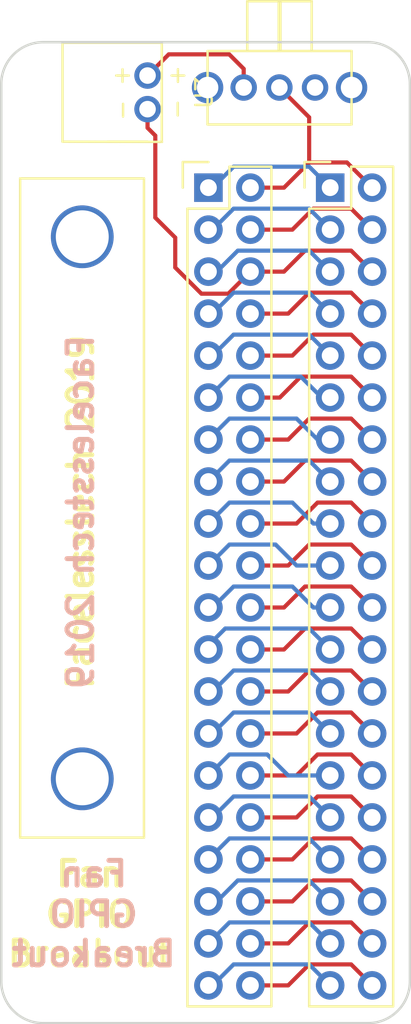
<source format=kicad_pcb>
(kicad_pcb (version 20171130) (host pcbnew 5.0.2+dfsg1-1~bpo9+1)

  (general
    (thickness 1.6)
    (drawings 16)
    (tracks 172)
    (zones 0)
    (modules 5)
    (nets 45)
  )

  (page A4)
  (layers
    (0 F.Cu signal)
    (31 B.Cu signal)
    (32 B.Adhes user)
    (33 F.Adhes user)
    (34 B.Paste user)
    (35 F.Paste user)
    (36 B.SilkS user)
    (37 F.SilkS user)
    (38 B.Mask user)
    (39 F.Mask user)
    (40 Dwgs.User user)
    (41 Cmts.User user)
    (42 Eco1.User user)
    (43 Eco2.User user)
    (44 Edge.Cuts user)
    (45 Margin user)
    (46 B.CrtYd user)
    (47 F.CrtYd user)
    (48 B.Fab user)
    (49 F.Fab user)
  )

  (setup
    (last_trace_width 0.25)
    (trace_clearance 0.2)
    (zone_clearance 0.508)
    (zone_45_only no)
    (trace_min 0.2)
    (segment_width 0.2)
    (edge_width 0.15)
    (via_size 0.6)
    (via_drill 0.4)
    (via_min_size 0.4)
    (via_min_drill 0.3)
    (uvia_size 0.3)
    (uvia_drill 0.1)
    (uvias_allowed no)
    (uvia_min_size 0.2)
    (uvia_min_drill 0.1)
    (pcb_text_width 0.3)
    (pcb_text_size 1.5 1.5)
    (mod_edge_width 0.15)
    (mod_text_size 1 1)
    (mod_text_width 0.15)
    (pad_size 1.524 1.524)
    (pad_drill 0.762)
    (pad_to_mask_clearance 0.2)
    (solder_mask_min_width 0.25)
    (aux_axis_origin 0 0)
    (visible_elements FFFFFF7F)
    (pcbplotparams
      (layerselection 0x010f0_ffffffff)
      (usegerberextensions false)
      (usegerberattributes false)
      (usegerberadvancedattributes false)
      (creategerberjobfile false)
      (excludeedgelayer true)
      (linewidth 0.100000)
      (plotframeref false)
      (viasonmask false)
      (mode 1)
      (useauxorigin false)
      (hpglpennumber 1)
      (hpglpenspeed 20)
      (hpglpendiameter 15.000000)
      (psnegative false)
      (psa4output false)
      (plotreference true)
      (plotvalue true)
      (plotinvisibletext false)
      (padsonsilk false)
      (subtractmaskfromsilk false)
      (outputformat 1)
      (mirror false)
      (drillshape 0)
      (scaleselection 1)
      (outputdirectory "gerbers/"))
  )

  (net 0 "")
  (net 1 "Net-(U1-Pad1)")
  (net 2 "Net-(U1-Pad3)")
  (net 3 "Net-(U1-Pad4)")
  (net 4 "Net-(U1-Pad5)")
  (net 5 "Net-(U1-Pad6)")
  (net 6 "Net-(U1-Pad7)")
  (net 7 "Net-(U1-Pad8)")
  (net 8 "Net-(U1-Pad9)")
  (net 9 "Net-(U1-Pad10)")
  (net 10 "Net-(U1-Pad11)")
  (net 11 "Net-(U1-Pad12)")
  (net 12 "Net-(U1-Pad13)")
  (net 13 "Net-(U1-Pad14)")
  (net 14 "Net-(U1-Pad15)")
  (net 15 "Net-(U1-Pad16)")
  (net 16 "Net-(U1-Pad17)")
  (net 17 "Net-(U1-Pad18)")
  (net 18 "Net-(U1-Pad19)")
  (net 19 "Net-(U1-Pad20)")
  (net 20 "Net-(U1-Pad21)")
  (net 21 "Net-(U1-Pad22)")
  (net 22 "Net-(U1-Pad23)")
  (net 23 "Net-(U1-Pad24)")
  (net 24 "Net-(U1-Pad25)")
  (net 25 "Net-(U1-Pad26)")
  (net 26 "Net-(U1-Pad27)")
  (net 27 "Net-(U1-Pad28)")
  (net 28 "Net-(U1-Pad29)")
  (net 29 "Net-(U1-Pad30)")
  (net 30 "Net-(U1-Pad31)")
  (net 31 "Net-(U1-Pad32)")
  (net 32 "Net-(U1-Pad33)")
  (net 33 "Net-(U1-Pad34)")
  (net 34 "Net-(U1-Pad35)")
  (net 35 "Net-(U1-Pad36)")
  (net 36 "Net-(U1-Pad37)")
  (net 37 "Net-(U1-Pad38)")
  (net 38 "Net-(U1-Pad39)")
  (net 39 "Net-(U1-Pad40)")
  (net 40 "Net-(SW1-Pad1)")
  (net 41 "Net-(SW1-Pad2)")
  (net 42 "Net-(SW1-Pad3)")
  (net 43 "Net-(M1-Pad1)")
  (net 44 "Net-(M1-Pad2)")

  (net_class Default "This is the default net class."
    (clearance 0.2)
    (trace_width 0.25)
    (via_dia 0.6)
    (via_drill 0.4)
    (uvia_dia 0.3)
    (uvia_drill 0.1)
    (add_net "Net-(M1-Pad1)")
    (add_net "Net-(M1-Pad2)")
    (add_net "Net-(SW1-Pad1)")
    (add_net "Net-(SW1-Pad2)")
    (add_net "Net-(SW1-Pad3)")
    (add_net "Net-(U1-Pad1)")
    (add_net "Net-(U1-Pad10)")
    (add_net "Net-(U1-Pad11)")
    (add_net "Net-(U1-Pad12)")
    (add_net "Net-(U1-Pad13)")
    (add_net "Net-(U1-Pad14)")
    (add_net "Net-(U1-Pad15)")
    (add_net "Net-(U1-Pad16)")
    (add_net "Net-(U1-Pad17)")
    (add_net "Net-(U1-Pad18)")
    (add_net "Net-(U1-Pad19)")
    (add_net "Net-(U1-Pad20)")
    (add_net "Net-(U1-Pad21)")
    (add_net "Net-(U1-Pad22)")
    (add_net "Net-(U1-Pad23)")
    (add_net "Net-(U1-Pad24)")
    (add_net "Net-(U1-Pad25)")
    (add_net "Net-(U1-Pad26)")
    (add_net "Net-(U1-Pad27)")
    (add_net "Net-(U1-Pad28)")
    (add_net "Net-(U1-Pad29)")
    (add_net "Net-(U1-Pad3)")
    (add_net "Net-(U1-Pad30)")
    (add_net "Net-(U1-Pad31)")
    (add_net "Net-(U1-Pad32)")
    (add_net "Net-(U1-Pad33)")
    (add_net "Net-(U1-Pad34)")
    (add_net "Net-(U1-Pad35)")
    (add_net "Net-(U1-Pad36)")
    (add_net "Net-(U1-Pad37)")
    (add_net "Net-(U1-Pad38)")
    (add_net "Net-(U1-Pad39)")
    (add_net "Net-(U1-Pad4)")
    (add_net "Net-(U1-Pad40)")
    (add_net "Net-(U1-Pad5)")
    (add_net "Net-(U1-Pad6)")
    (add_net "Net-(U1-Pad7)")
    (add_net "Net-(U1-Pad8)")
    (add_net "Net-(U1-Pad9)")
  )

  (module Pin_Headers:Pin_Header_Straight_2x20 (layer F.Cu) (tedit 5AB798E1) (tstamp 5AB79756)
    (at 155.956 104.902)
    (descr "Through hole pin header")
    (tags "pin header")
    (path /5AB6B953)
    (fp_text reference U1 (at 0 -5.1) (layer F.SilkS) hide
      (effects (font (size 1 1) (thickness 0.15)))
    )
    (fp_text value Raspberry_Pi_2_3 (at 0 -3.1) (layer F.Fab) hide
      (effects (font (size 1 1) (thickness 0.15)))
    )
    (fp_line (start -1.75 -1.75) (end -1.75 50.05) (layer F.CrtYd) (width 0.05))
    (fp_line (start 4.3 -1.75) (end 4.3 50.05) (layer F.CrtYd) (width 0.05))
    (fp_line (start -1.75 -1.75) (end 4.3 -1.75) (layer F.CrtYd) (width 0.05))
    (fp_line (start -1.75 50.05) (end 4.3 50.05) (layer F.CrtYd) (width 0.05))
    (fp_line (start 3.81 49.53) (end 3.81 -1.27) (layer F.SilkS) (width 0.15))
    (fp_line (start -1.27 1.27) (end -1.27 49.53) (layer F.SilkS) (width 0.15))
    (fp_line (start 3.81 49.53) (end -1.27 49.53) (layer F.SilkS) (width 0.15))
    (fp_line (start 3.81 -1.27) (end 1.27 -1.27) (layer F.SilkS) (width 0.15))
    (fp_line (start 0 -1.55) (end -1.55 -1.55) (layer F.SilkS) (width 0.15))
    (fp_line (start 1.27 -1.27) (end 1.27 1.27) (layer F.SilkS) (width 0.15))
    (fp_line (start 1.27 1.27) (end -1.27 1.27) (layer F.SilkS) (width 0.15))
    (fp_line (start -1.55 -1.55) (end -1.55 0) (layer F.SilkS) (width 0.15))
    (pad 1 thru_hole rect (at 0 0) (size 1.7272 1.7272) (drill 1.016) (layers *.Cu *.Mask)
      (net 1 "Net-(U1-Pad1)"))
    (pad 2 thru_hole oval (at 2.54 0) (size 1.7272 1.7272) (drill 1.016) (layers *.Cu *.Mask)
      (net 41 "Net-(SW1-Pad2)"))
    (pad 3 thru_hole oval (at 0 2.54) (size 1.7272 1.7272) (drill 1.016) (layers *.Cu *.Mask)
      (net 2 "Net-(U1-Pad3)"))
    (pad 4 thru_hole oval (at 2.54 2.54) (size 1.7272 1.7272) (drill 1.016) (layers *.Cu *.Mask)
      (net 3 "Net-(U1-Pad4)"))
    (pad 5 thru_hole oval (at 0 5.08) (size 1.7272 1.7272) (drill 1.016) (layers *.Cu *.Mask)
      (net 4 "Net-(U1-Pad5)"))
    (pad 6 thru_hole oval (at 2.54 5.08) (size 1.7272 1.7272) (drill 1.016) (layers *.Cu *.Mask)
      (net 5 "Net-(U1-Pad6)"))
    (pad 7 thru_hole oval (at 0 7.62) (size 1.7272 1.7272) (drill 1.016) (layers *.Cu *.Mask)
      (net 6 "Net-(U1-Pad7)"))
    (pad 8 thru_hole oval (at 2.54 7.62) (size 1.7272 1.7272) (drill 1.016) (layers *.Cu *.Mask)
      (net 7 "Net-(U1-Pad8)"))
    (pad 9 thru_hole oval (at 0 10.16) (size 1.7272 1.7272) (drill 1.016) (layers *.Cu *.Mask)
      (net 8 "Net-(U1-Pad9)"))
    (pad 10 thru_hole oval (at 2.54 10.16) (size 1.7272 1.7272) (drill 1.016) (layers *.Cu *.Mask)
      (net 9 "Net-(U1-Pad10)"))
    (pad 11 thru_hole oval (at 0 12.7) (size 1.7272 1.7272) (drill 1.016) (layers *.Cu *.Mask)
      (net 10 "Net-(U1-Pad11)"))
    (pad 12 thru_hole oval (at 2.54 12.7) (size 1.7272 1.7272) (drill 1.016) (layers *.Cu *.Mask)
      (net 11 "Net-(U1-Pad12)"))
    (pad 13 thru_hole oval (at 0 15.24) (size 1.7272 1.7272) (drill 1.016) (layers *.Cu *.Mask)
      (net 12 "Net-(U1-Pad13)"))
    (pad 14 thru_hole oval (at 2.54 15.24) (size 1.7272 1.7272) (drill 1.016) (layers *.Cu *.Mask)
      (net 13 "Net-(U1-Pad14)"))
    (pad 15 thru_hole oval (at 0 17.78) (size 1.7272 1.7272) (drill 1.016) (layers *.Cu *.Mask)
      (net 14 "Net-(U1-Pad15)"))
    (pad 16 thru_hole oval (at 2.54 17.78) (size 1.7272 1.7272) (drill 1.016) (layers *.Cu *.Mask)
      (net 15 "Net-(U1-Pad16)"))
    (pad 17 thru_hole oval (at 0 20.32) (size 1.7272 1.7272) (drill 1.016) (layers *.Cu *.Mask)
      (net 16 "Net-(U1-Pad17)"))
    (pad 18 thru_hole oval (at 2.54 20.32) (size 1.7272 1.7272) (drill 1.016) (layers *.Cu *.Mask)
      (net 17 "Net-(U1-Pad18)"))
    (pad 19 thru_hole oval (at 0 22.86) (size 1.7272 1.7272) (drill 1.016) (layers *.Cu *.Mask)
      (net 18 "Net-(U1-Pad19)"))
    (pad 20 thru_hole oval (at 2.54 22.86) (size 1.7272 1.7272) (drill 1.016) (layers *.Cu *.Mask)
      (net 19 "Net-(U1-Pad20)"))
    (pad 21 thru_hole oval (at 0 25.4) (size 1.7272 1.7272) (drill 1.016) (layers *.Cu *.Mask)
      (net 20 "Net-(U1-Pad21)"))
    (pad 22 thru_hole oval (at 2.54 25.4) (size 1.7272 1.7272) (drill 1.016) (layers *.Cu *.Mask)
      (net 21 "Net-(U1-Pad22)"))
    (pad 23 thru_hole oval (at 0 27.94) (size 1.7272 1.7272) (drill 1.016) (layers *.Cu *.Mask)
      (net 22 "Net-(U1-Pad23)"))
    (pad 24 thru_hole oval (at 2.54 27.94) (size 1.7272 1.7272) (drill 1.016) (layers *.Cu *.Mask)
      (net 23 "Net-(U1-Pad24)"))
    (pad 25 thru_hole oval (at 0 30.48) (size 1.7272 1.7272) (drill 1.016) (layers *.Cu *.Mask)
      (net 24 "Net-(U1-Pad25)"))
    (pad 26 thru_hole oval (at 2.54 30.48) (size 1.7272 1.7272) (drill 1.016) (layers *.Cu *.Mask)
      (net 25 "Net-(U1-Pad26)"))
    (pad 27 thru_hole oval (at 0 33.02) (size 1.7272 1.7272) (drill 1.016) (layers *.Cu *.Mask)
      (net 26 "Net-(U1-Pad27)"))
    (pad 28 thru_hole oval (at 2.54 33.02) (size 1.7272 1.7272) (drill 1.016) (layers *.Cu *.Mask)
      (net 27 "Net-(U1-Pad28)"))
    (pad 29 thru_hole oval (at 0 35.56) (size 1.7272 1.7272) (drill 1.016) (layers *.Cu *.Mask)
      (net 28 "Net-(U1-Pad29)"))
    (pad 30 thru_hole oval (at 2.54 35.56) (size 1.7272 1.7272) (drill 1.016) (layers *.Cu *.Mask)
      (net 29 "Net-(U1-Pad30)"))
    (pad 31 thru_hole oval (at 0 38.1) (size 1.7272 1.7272) (drill 1.016) (layers *.Cu *.Mask)
      (net 30 "Net-(U1-Pad31)"))
    (pad 32 thru_hole oval (at 2.54 38.1) (size 1.7272 1.7272) (drill 1.016) (layers *.Cu *.Mask)
      (net 31 "Net-(U1-Pad32)"))
    (pad 33 thru_hole oval (at 0 40.64) (size 1.7272 1.7272) (drill 1.016) (layers *.Cu *.Mask)
      (net 32 "Net-(U1-Pad33)"))
    (pad 34 thru_hole oval (at 2.54 40.64) (size 1.7272 1.7272) (drill 1.016) (layers *.Cu *.Mask)
      (net 33 "Net-(U1-Pad34)"))
    (pad 35 thru_hole oval (at 0 43.18) (size 1.7272 1.7272) (drill 1.016) (layers *.Cu *.Mask)
      (net 34 "Net-(U1-Pad35)"))
    (pad 36 thru_hole oval (at 2.54 43.18) (size 1.7272 1.7272) (drill 1.016) (layers *.Cu *.Mask)
      (net 35 "Net-(U1-Pad36)"))
    (pad 37 thru_hole oval (at 0 45.72) (size 1.7272 1.7272) (drill 1.016) (layers *.Cu *.Mask)
      (net 36 "Net-(U1-Pad37)"))
    (pad 38 thru_hole oval (at 2.54 45.72) (size 1.7272 1.7272) (drill 1.016) (layers *.Cu *.Mask)
      (net 37 "Net-(U1-Pad38)"))
    (pad 39 thru_hole oval (at 0 48.26) (size 1.7272 1.7272) (drill 1.016) (layers *.Cu *.Mask)
      (net 38 "Net-(U1-Pad39)"))
    (pad 40 thru_hole oval (at 2.54 48.26) (size 1.7272 1.7272) (drill 1.016) (layers *.Cu *.Mask)
      (net 39 "Net-(U1-Pad40)"))
    (model Pin_Headers.3dshapes/Pin_Header_Straight_2x20.wrl
      (offset (xyz 1.269999980926514 -24.12999963760376 0))
      (scale (xyz 1 1 1))
      (rotate (xyz 0 0 90))
    )
  )

  (module Pin_Headers:Pin_Header_Straight_2x20 (layer F.Cu) (tedit 5AB798DD) (tstamp 5AB7978E)
    (at 148.59 104.902)
    (descr "Through hole pin header")
    (tags "pin header")
    (path /5AB6B99C)
    (fp_text reference U2 (at 0 -5.1) (layer F.SilkS) hide
      (effects (font (size 1 1) (thickness 0.15)))
    )
    (fp_text value Raspberry_Pi_2_3 (at 0 -3.1) (layer F.Fab) hide
      (effects (font (size 1 1) (thickness 0.15)))
    )
    (fp_line (start -1.75 -1.75) (end -1.75 50.05) (layer F.CrtYd) (width 0.05))
    (fp_line (start 4.3 -1.75) (end 4.3 50.05) (layer F.CrtYd) (width 0.05))
    (fp_line (start -1.75 -1.75) (end 4.3 -1.75) (layer F.CrtYd) (width 0.05))
    (fp_line (start -1.75 50.05) (end 4.3 50.05) (layer F.CrtYd) (width 0.05))
    (fp_line (start 3.81 49.53) (end 3.81 -1.27) (layer F.SilkS) (width 0.15))
    (fp_line (start -1.27 1.27) (end -1.27 49.53) (layer F.SilkS) (width 0.15))
    (fp_line (start 3.81 49.53) (end -1.27 49.53) (layer F.SilkS) (width 0.15))
    (fp_line (start 3.81 -1.27) (end 1.27 -1.27) (layer F.SilkS) (width 0.15))
    (fp_line (start 0 -1.55) (end -1.55 -1.55) (layer F.SilkS) (width 0.15))
    (fp_line (start 1.27 -1.27) (end 1.27 1.27) (layer F.SilkS) (width 0.15))
    (fp_line (start 1.27 1.27) (end -1.27 1.27) (layer F.SilkS) (width 0.15))
    (fp_line (start -1.55 -1.55) (end -1.55 0) (layer F.SilkS) (width 0.15))
    (pad 1 thru_hole rect (at 0 0) (size 1.7272 1.7272) (drill 1.016) (layers *.Cu *.Mask)
      (net 1 "Net-(U1-Pad1)"))
    (pad 2 thru_hole oval (at 2.54 0) (size 1.7272 1.7272) (drill 1.016) (layers *.Cu *.Mask)
      (net 41 "Net-(SW1-Pad2)"))
    (pad 3 thru_hole oval (at 0 2.54) (size 1.7272 1.7272) (drill 1.016) (layers *.Cu *.Mask)
      (net 2 "Net-(U1-Pad3)"))
    (pad 4 thru_hole oval (at 2.54 2.54) (size 1.7272 1.7272) (drill 1.016) (layers *.Cu *.Mask)
      (net 3 "Net-(U1-Pad4)"))
    (pad 5 thru_hole oval (at 0 5.08) (size 1.7272 1.7272) (drill 1.016) (layers *.Cu *.Mask)
      (net 4 "Net-(U1-Pad5)"))
    (pad 6 thru_hole oval (at 2.54 5.08) (size 1.7272 1.7272) (drill 1.016) (layers *.Cu *.Mask)
      (net 5 "Net-(U1-Pad6)"))
    (pad 7 thru_hole oval (at 0 7.62) (size 1.7272 1.7272) (drill 1.016) (layers *.Cu *.Mask)
      (net 6 "Net-(U1-Pad7)"))
    (pad 8 thru_hole oval (at 2.54 7.62) (size 1.7272 1.7272) (drill 1.016) (layers *.Cu *.Mask)
      (net 7 "Net-(U1-Pad8)"))
    (pad 9 thru_hole oval (at 0 10.16) (size 1.7272 1.7272) (drill 1.016) (layers *.Cu *.Mask)
      (net 8 "Net-(U1-Pad9)"))
    (pad 10 thru_hole oval (at 2.54 10.16) (size 1.7272 1.7272) (drill 1.016) (layers *.Cu *.Mask)
      (net 9 "Net-(U1-Pad10)"))
    (pad 11 thru_hole oval (at 0 12.7) (size 1.7272 1.7272) (drill 1.016) (layers *.Cu *.Mask)
      (net 10 "Net-(U1-Pad11)"))
    (pad 12 thru_hole oval (at 2.54 12.7) (size 1.7272 1.7272) (drill 1.016) (layers *.Cu *.Mask)
      (net 11 "Net-(U1-Pad12)"))
    (pad 13 thru_hole oval (at 0 15.24) (size 1.7272 1.7272) (drill 1.016) (layers *.Cu *.Mask)
      (net 12 "Net-(U1-Pad13)"))
    (pad 14 thru_hole oval (at 2.54 15.24) (size 1.7272 1.7272) (drill 1.016) (layers *.Cu *.Mask)
      (net 13 "Net-(U1-Pad14)"))
    (pad 15 thru_hole oval (at 0 17.78) (size 1.7272 1.7272) (drill 1.016) (layers *.Cu *.Mask)
      (net 14 "Net-(U1-Pad15)"))
    (pad 16 thru_hole oval (at 2.54 17.78) (size 1.7272 1.7272) (drill 1.016) (layers *.Cu *.Mask)
      (net 15 "Net-(U1-Pad16)"))
    (pad 17 thru_hole oval (at 0 20.32) (size 1.7272 1.7272) (drill 1.016) (layers *.Cu *.Mask)
      (net 16 "Net-(U1-Pad17)"))
    (pad 18 thru_hole oval (at 2.54 20.32) (size 1.7272 1.7272) (drill 1.016) (layers *.Cu *.Mask)
      (net 17 "Net-(U1-Pad18)"))
    (pad 19 thru_hole oval (at 0 22.86) (size 1.7272 1.7272) (drill 1.016) (layers *.Cu *.Mask)
      (net 18 "Net-(U1-Pad19)"))
    (pad 20 thru_hole oval (at 2.54 22.86) (size 1.7272 1.7272) (drill 1.016) (layers *.Cu *.Mask)
      (net 19 "Net-(U1-Pad20)"))
    (pad 21 thru_hole oval (at 0 25.4) (size 1.7272 1.7272) (drill 1.016) (layers *.Cu *.Mask)
      (net 20 "Net-(U1-Pad21)"))
    (pad 22 thru_hole oval (at 2.54 25.4) (size 1.7272 1.7272) (drill 1.016) (layers *.Cu *.Mask)
      (net 21 "Net-(U1-Pad22)"))
    (pad 23 thru_hole oval (at 0 27.94) (size 1.7272 1.7272) (drill 1.016) (layers *.Cu *.Mask)
      (net 22 "Net-(U1-Pad23)"))
    (pad 24 thru_hole oval (at 2.54 27.94) (size 1.7272 1.7272) (drill 1.016) (layers *.Cu *.Mask)
      (net 23 "Net-(U1-Pad24)"))
    (pad 25 thru_hole oval (at 0 30.48) (size 1.7272 1.7272) (drill 1.016) (layers *.Cu *.Mask)
      (net 24 "Net-(U1-Pad25)"))
    (pad 26 thru_hole oval (at 2.54 30.48) (size 1.7272 1.7272) (drill 1.016) (layers *.Cu *.Mask)
      (net 25 "Net-(U1-Pad26)"))
    (pad 27 thru_hole oval (at 0 33.02) (size 1.7272 1.7272) (drill 1.016) (layers *.Cu *.Mask)
      (net 26 "Net-(U1-Pad27)"))
    (pad 28 thru_hole oval (at 2.54 33.02) (size 1.7272 1.7272) (drill 1.016) (layers *.Cu *.Mask)
      (net 27 "Net-(U1-Pad28)"))
    (pad 29 thru_hole oval (at 0 35.56) (size 1.7272 1.7272) (drill 1.016) (layers *.Cu *.Mask)
      (net 28 "Net-(U1-Pad29)"))
    (pad 30 thru_hole oval (at 2.54 35.56) (size 1.7272 1.7272) (drill 1.016) (layers *.Cu *.Mask)
      (net 29 "Net-(U1-Pad30)"))
    (pad 31 thru_hole oval (at 0 38.1) (size 1.7272 1.7272) (drill 1.016) (layers *.Cu *.Mask)
      (net 30 "Net-(U1-Pad31)"))
    (pad 32 thru_hole oval (at 2.54 38.1) (size 1.7272 1.7272) (drill 1.016) (layers *.Cu *.Mask)
      (net 31 "Net-(U1-Pad32)"))
    (pad 33 thru_hole oval (at 0 40.64) (size 1.7272 1.7272) (drill 1.016) (layers *.Cu *.Mask)
      (net 32 "Net-(U1-Pad33)"))
    (pad 34 thru_hole oval (at 2.54 40.64) (size 1.7272 1.7272) (drill 1.016) (layers *.Cu *.Mask)
      (net 33 "Net-(U1-Pad34)"))
    (pad 35 thru_hole oval (at 0 43.18) (size 1.7272 1.7272) (drill 1.016) (layers *.Cu *.Mask)
      (net 34 "Net-(U1-Pad35)"))
    (pad 36 thru_hole oval (at 2.54 43.18) (size 1.7272 1.7272) (drill 1.016) (layers *.Cu *.Mask)
      (net 35 "Net-(U1-Pad36)"))
    (pad 37 thru_hole oval (at 0 45.72) (size 1.7272 1.7272) (drill 1.016) (layers *.Cu *.Mask)
      (net 36 "Net-(U1-Pad37)"))
    (pad 38 thru_hole oval (at 2.54 45.72) (size 1.7272 1.7272) (drill 1.016) (layers *.Cu *.Mask)
      (net 37 "Net-(U1-Pad38)"))
    (pad 39 thru_hole oval (at 0 48.26) (size 1.7272 1.7272) (drill 1.016) (layers *.Cu *.Mask)
      (net 38 "Net-(U1-Pad39)"))
    (pad 40 thru_hole oval (at 2.54 48.26) (size 1.7272 1.7272) (drill 1.016) (layers *.Cu *.Mask)
      (net 39 "Net-(U1-Pad40)"))
    (model Pin_Headers.3dshapes/Pin_Header_Straight_2x20.wrl
      (offset (xyz 1.269999980926514 -24.12999963760376 0))
      (scale (xyz 1 1 1))
      (rotate (xyz 0 0 90))
    )
  )

  (module battery_connector_custom:jst_2pin_right_angle (layer F.Cu) (tedit 5D20A1C0) (tstamp 5D2D2D07)
    (at 144.907 99.1362 90)
    (path /5D1D54D8)
    (fp_text reference U3 (at 0 3.429 90) (layer F.SilkS)
      (effects (font (size 1 1) (thickness 0.15)))
    )
    (fp_text value battery_custom (at -4.318 0 180) (layer F.Fab) hide
      (effects (font (size 1 1) (thickness 0.15)))
    )
    (fp_line (start -2.9845 0) (end -2.9845 -2.413) (layer F.SilkS) (width 0.15))
    (fp_text user + (at 1.016 -1.5875 90) (layer F.SilkS)
      (effects (font (size 1 1) (thickness 0.15)))
    )
    (fp_text user _ (at -1.0795 -2.032 90) (layer F.SilkS)
      (effects (font (size 1 1) (thickness 0.15)))
    )
    (fp_text user - (at -1.016 1.7526 90) (layer F.SilkS)
      (effects (font (size 1 1) (thickness 0.15)))
    )
    (fp_text user + (at 1.016 1.7653 90) (layer F.SilkS)
      (effects (font (size 1 1) (thickness 0.15)))
    )
    (fp_line (start -2.9845 0.8636) (end 2.9972 0.8636) (layer F.SilkS) (width 0.15))
    (fp_line (start 2.9972 0.8636) (end 2.9972 -5.1435) (layer F.SilkS) (width 0.15))
    (fp_line (start 2.9972 -5.1435) (end -2.9845 -5.1435) (layer F.SilkS) (width 0.15))
    (fp_line (start -2.9845 -5.1435) (end -2.9972 0.8763) (layer F.SilkS) (width 0.15))
    (pad 1 thru_hole circle (at -1.016 0 90) (size 1.6 1.6) (drill 1) (layers *.Cu *.Mask)
      (net 5 "Net-(U1-Pad6)"))
    (pad 2 thru_hole circle (at 1.016 0 90) (size 1.6 1.6) (drill 1) (layers *.Cu *.Mask)
      (net 40 "Net-(SW1-Pad1)"))
  )

  (module fan:40mm_fan_2_wire (layer F.Cu) (tedit 5D20A1BB) (tstamp 5D45818F)
    (at 140.9573 124.2695 90)
    (path /5D21B37F)
    (fp_text reference M1 (at 0.0635 5.08 90) (layer F.SilkS) hide
      (effects (font (size 1 1) (thickness 0.15)))
    )
    (fp_text value Fan (at 11.9634 5.1308 90) (layer F.Fab) hide
      (effects (font (size 1 1) (thickness 0.15)))
    )
    (fp_line (start -19.9517 -3.7592) (end -19.9517 3.7338) (layer F.SilkS) (width 0.15))
    (fp_line (start -19.9517 3.7338) (end 19.9263 3.7338) (layer F.SilkS) (width 0.15))
    (fp_line (start 19.9263 3.7338) (end 19.9263 -3.7592) (layer F.SilkS) (width 0.15))
    (fp_line (start 19.9263 -3.7592) (end -19.9517 -3.7592) (layer F.SilkS) (width 0.15))
    (pad 1 thru_hole circle (at -16.3957 0 90) (size 3.8 3.8) (drill 3.2) (layers *.Cu *.Mask)
      (net 43 "Net-(M1-Pad1)"))
    (pad 2 thru_hole circle (at 16.3957 0 90) (size 3.8 3.8) (drill 3.2) (layers *.Cu *.Mask)
      (net 44 "Net-(M1-Pad2)"))
  )

  (module buttons_custom:3_pin_switch__right_angle_custom (layer F.Cu) (tedit 5D20A1C5) (tstamp 5D458011)
    (at 152.8826 98.8441)
    (path /5D1D5421)
    (fp_text reference SW1 (at 0 3.683) (layer F.SilkS) hide
      (effects (font (size 1 1) (thickness 0.15)))
    )
    (fp_text value SW_Push_SPDT (at 0.0127 5.7404) (layer F.Fab)
      (effects (font (size 1 1) (thickness 0.15)))
    )
    (fp_line (start 4.3688 2.2352) (end 4.3688 -2.2098) (layer F.SilkS) (width 0.15))
    (fp_line (start -4.3434 -2.2098) (end -4.3434 2.2352) (layer F.SilkS) (width 0.15))
    (fp_line (start -4.3434 2.2352) (end 4.3688 2.2352) (layer F.SilkS) (width 0.15))
    (fp_line (start -4.3434 -2.2098) (end 4.3688 -2.2098) (layer F.SilkS) (width 0.15))
    (fp_line (start -1.9431 -2.2098) (end -1.9431 -5.2197) (layer F.SilkS) (width 0.15))
    (fp_line (start -0.0508 -5.2197) (end 1.9558 -5.2197) (layer F.SilkS) (width 0.15))
    (fp_line (start 0.0635 -5.2197) (end 0.0635 -2.2098) (layer F.SilkS) (width 0.15))
    (fp_line (start -0.0381 -2.2098) (end -0.0381 -5.2197) (layer F.SilkS) (width 0.15))
    (fp_line (start -1.9431 -5.2197) (end 0.0635 -5.2197) (layer F.SilkS) (width 0.15))
    (fp_line (start 1.9558 -2.2098) (end 1.9558 -5.2197) (layer F.SilkS) (width 0.15))
    (pad 1 thru_hole circle (at -2.159 0) (size 1.6 1.6) (drill 1) (layers *.Cu *.Mask)
      (net 40 "Net-(SW1-Pad1)"))
    (pad 2 thru_hole circle (at 0 0) (size 1.6 1.6) (drill 1) (layers *.Cu *.Mask)
      (net 41 "Net-(SW1-Pad2)"))
    (pad 3 thru_hole circle (at 2.159 0) (size 1.6 1.6) (drill 1) (layers *.Cu *.Mask)
      (net 42 "Net-(SW1-Pad3)"))
    (pad 4 thru_hole circle (at -4.3434 0) (size 1.9 1.9) (drill 1.3) (layers *.Cu *.Mask))
    (pad 4 thru_hole circle (at 4.3688 0) (size 1.9 1.9) (drill 1.3) (layers *.Cu *.Mask))
  )

  (gr_text "Facelesstech 2019" (at 140.8557 124.5235 90) (layer B.SilkS) (tstamp 5D458294)
    (effects (font (size 1.5 1.5) (thickness 0.3)) (justify mirror))
  )
  (gr_text Fan (at 141.6431 146.4183) (layer B.SilkS) (tstamp 5D45826D)
    (effects (font (size 1.5 1.5) (thickness 0.3)) (justify mirror))
  )
  (gr_text Breakout (at 141.6431 151.2443) (layer B.SilkS) (tstamp 5D45826C)
    (effects (font (size 1.5 1.5) (thickness 0.3)) (justify mirror))
  )
  (gr_text GPIO (at 141.6431 148.8694) (layer B.SilkS) (tstamp 5D45826B)
    (effects (font (size 1.5 1.5) (thickness 0.3)) (justify mirror))
  )
  (gr_text Breakout (at 141.4145 151.2443) (layer F.SilkS)
    (effects (font (size 1.5 1.5) (thickness 0.3)))
  )
  (gr_text GPIO (at 141.4145 148.8694) (layer F.SilkS)
    (effects (font (size 1.5 1.5) (thickness 0.3)))
  )
  (gr_text Fan (at 141.4145 146.4183) (layer F.SilkS)
    (effects (font (size 1.5 1.5) (thickness 0.3)))
  )
  (gr_text "Facelesstech 2019" (at 140.8557 124.5235 90) (layer F.SilkS)
    (effects (font (size 1.5 1.5) (thickness 0.3)))
  )
  (gr_line (start 160.782 152.9207) (end 160.782 98.6282) (layer Edge.Cuts) (width 0.15))
  (gr_line (start 138.6078 96.1009) (end 158.2547 96.1009) (layer Edge.Cuts) (width 0.15))
  (gr_line (start 136.0551 98.6409) (end 136.0551 152.8953) (layer Edge.Cuts) (width 0.15))
  (gr_line (start 138.5951 155.448) (end 158.242 155.448) (layer Edge.Cuts) (width 0.15))
  (gr_arc (start 138.5951 152.908) (end 138.5951 155.448) (angle 90) (layer Edge.Cuts) (width 0.15) (tstamp 5D4581CD))
  (gr_arc (start 138.5951 98.6409) (end 136.0551 98.6409) (angle 90) (layer Edge.Cuts) (width 0.15) (tstamp 5D4581CD))
  (gr_arc (start 158.242 152.908) (end 160.782 152.908) (angle 90) (layer Edge.Cuts) (width 0.15))
  (gr_arc (start 158.242 98.6409) (end 158.242 96.1009) (angle 90) (layer Edge.Cuts) (width 0.15))

  (segment (start 148.59 104.902) (end 148.844 104.902) (width 0.25) (layer B.Cu) (net 1) (status C00000))
  (segment (start 148.844 104.902) (end 150.114 103.632) (width 0.25) (layer B.Cu) (net 1) (tstamp 5AB799A4) (status 400000))
  (segment (start 150.114 103.632) (end 154.686 103.632) (width 0.25) (layer B.Cu) (net 1) (tstamp 5AB799A5))
  (segment (start 154.686 103.632) (end 155.956 104.902) (width 0.25) (layer B.Cu) (net 1) (tstamp 5AB799A7) (status 800000))
  (segment (start 148.59 107.442) (end 148.844 107.442) (width 0.25) (layer B.Cu) (net 2) (status C00000))
  (segment (start 148.844 107.442) (end 150.114 106.172) (width 0.25) (layer B.Cu) (net 2) (tstamp 5AB7999D) (status 400000))
  (segment (start 150.114 106.172) (end 154.686 106.172) (width 0.25) (layer B.Cu) (net 2) (tstamp 5AB7999E))
  (segment (start 154.686 106.172) (end 155.956 107.442) (width 0.25) (layer B.Cu) (net 2) (tstamp 5AB799A0) (status 800000))
  (segment (start 151.13 107.442) (end 153.67 107.442) (width 0.25) (layer F.Cu) (net 3) (status 400000))
  (segment (start 157.226 106.172) (end 158.496 107.442) (width 0.25) (layer F.Cu) (net 3) (tstamp 5AB79943) (status 800000))
  (segment (start 154.94 106.172) (end 157.226 106.172) (width 0.25) (layer F.Cu) (net 3) (tstamp 5AB79941))
  (segment (start 153.67 107.442) (end 154.94 106.172) (width 0.25) (layer F.Cu) (net 3) (tstamp 5AB7993F))
  (segment (start 148.59 109.982) (end 149.098 109.982) (width 0.25) (layer B.Cu) (net 4) (status C00000))
  (segment (start 149.098 109.982) (end 150.368 108.712) (width 0.25) (layer B.Cu) (net 4) (tstamp 5AB79996) (status 400000))
  (segment (start 150.368 108.712) (end 154.686 108.712) (width 0.25) (layer B.Cu) (net 4) (tstamp 5AB79997))
  (segment (start 154.686 108.712) (end 155.956 109.982) (width 0.25) (layer B.Cu) (net 4) (tstamp 5AB79999) (status 800000))
  (segment (start 151.13 109.982) (end 153.162 109.982) (width 0.25) (layer F.Cu) (net 5) (status 400000))
  (segment (start 157.226 108.712) (end 158.496 109.982) (width 0.25) (layer F.Cu) (net 5) (tstamp 5AB7993B) (status 800000))
  (segment (start 154.432 108.712) (end 157.226 108.712) (width 0.25) (layer F.Cu) (net 5) (tstamp 5AB79939))
  (segment (start 153.162 109.982) (end 154.432 108.712) (width 0.25) (layer F.Cu) (net 5) (tstamp 5AB79937))
  (segment (start 144.907 101.28357) (end 145.3769 101.75347) (width 0.25) (layer F.Cu) (net 5))
  (segment (start 144.907 100.1522) (end 144.907 101.28357) (width 0.25) (layer F.Cu) (net 5))
  (segment (start 145.3769 101.75347) (end 145.3769 106.7181) (width 0.25) (layer F.Cu) (net 5))
  (segment (start 145.3769 106.7181) (end 146.5834 107.9246) (width 0.25) (layer F.Cu) (net 5))
  (segment (start 146.5834 109.73453) (end 148.16437 111.3155) (width 0.25) (layer F.Cu) (net 5))
  (segment (start 146.5834 107.9246) (end 146.5834 109.73453) (width 0.25) (layer F.Cu) (net 5))
  (segment (start 149.7965 111.3155) (end 151.13 109.982) (width 0.25) (layer F.Cu) (net 5))
  (segment (start 148.16437 111.3155) (end 149.7965 111.3155) (width 0.25) (layer F.Cu) (net 5))
  (segment (start 148.59 112.522) (end 148.844 112.522) (width 0.25) (layer B.Cu) (net 6) (status C00000))
  (segment (start 148.844 112.522) (end 150.114 111.252) (width 0.25) (layer B.Cu) (net 6) (tstamp 5AB7998F) (status 400000))
  (segment (start 150.114 111.252) (end 154.686 111.252) (width 0.25) (layer B.Cu) (net 6) (tstamp 5AB79990))
  (segment (start 154.686 111.252) (end 155.956 112.522) (width 0.25) (layer B.Cu) (net 6) (tstamp 5AB79992) (status 800000))
  (segment (start 151.13 112.522) (end 153.416 112.522) (width 0.25) (layer F.Cu) (net 7) (status 400000))
  (segment (start 157.226 111.252) (end 158.496 112.522) (width 0.25) (layer F.Cu) (net 7) (tstamp 5AB79933) (status 800000))
  (segment (start 154.686 111.252) (end 157.226 111.252) (width 0.25) (layer F.Cu) (net 7) (tstamp 5AB79931))
  (segment (start 153.416 112.522) (end 154.686 111.252) (width 0.25) (layer F.Cu) (net 7) (tstamp 5AB7992F))
  (segment (start 148.59 115.062) (end 148.844 115.062) (width 0.25) (layer B.Cu) (net 8) (status C00000))
  (segment (start 148.844 115.062) (end 150.114 113.792) (width 0.25) (layer B.Cu) (net 8) (tstamp 5AB79988) (status 400000))
  (segment (start 150.114 113.792) (end 154.686 113.792) (width 0.25) (layer B.Cu) (net 8) (tstamp 5AB79989))
  (segment (start 154.686 113.792) (end 155.956 115.062) (width 0.25) (layer B.Cu) (net 8) (tstamp 5AB7998B) (status 800000))
  (segment (start 151.13 115.062) (end 153.67 115.062) (width 0.25) (layer F.Cu) (net 9) (status 400000))
  (segment (start 157.226 113.792) (end 158.496 115.062) (width 0.25) (layer F.Cu) (net 9) (tstamp 5AB7992B) (status 800000))
  (segment (start 154.94 113.792) (end 157.226 113.792) (width 0.25) (layer F.Cu) (net 9) (tstamp 5AB79929))
  (segment (start 153.67 115.062) (end 154.94 113.792) (width 0.25) (layer F.Cu) (net 9) (tstamp 5AB79927))
  (segment (start 148.59 117.602) (end 149.86 116.332) (width 0.25) (layer B.Cu) (net 10) (status 400000))
  (segment (start 154.178 116.332) (end 155.448 117.602) (width 0.25) (layer B.Cu) (net 10) (tstamp 5AB79984) (status 800000))
  (segment (start 149.86 116.332) (end 154.178 116.332) (width 0.25) (layer B.Cu) (net 10) (tstamp 5AB79983))
  (segment (start 155.448 117.602) (end 155.956 117.602) (width 0.25) (layer B.Cu) (net 10) (tstamp 5AB79985) (status C00000))
  (segment (start 151.13 117.602) (end 152.908 117.602) (width 0.25) (layer F.Cu) (net 11) (status 400000))
  (segment (start 157.226 116.332) (end 158.496 117.602) (width 0.25) (layer F.Cu) (net 11) (tstamp 5AB79923) (status 800000))
  (segment (start 154.178 116.332) (end 157.226 116.332) (width 0.25) (layer F.Cu) (net 11) (tstamp 5AB79921))
  (segment (start 152.908 117.602) (end 154.178 116.332) (width 0.25) (layer F.Cu) (net 11) (tstamp 5AB7991F))
  (segment (start 148.59 120.142) (end 149.86 118.872) (width 0.25) (layer B.Cu) (net 12) (status 400000))
  (segment (start 153.924 118.872) (end 155.194 120.142) (width 0.25) (layer B.Cu) (net 12) (tstamp 5AB7997F) (status 800000))
  (segment (start 149.86 118.872) (end 153.924 118.872) (width 0.25) (layer B.Cu) (net 12) (tstamp 5AB7997E))
  (segment (start 155.194 120.142) (end 155.956 120.142) (width 0.25) (layer B.Cu) (net 12) (tstamp 5AB79980) (status C00000))
  (segment (start 151.13 120.142) (end 153.416 120.142) (width 0.25) (layer F.Cu) (net 13) (status 400000))
  (segment (start 157.226 118.872) (end 158.496 120.142) (width 0.25) (layer F.Cu) (net 13) (tstamp 5AB7991B) (status 800000))
  (segment (start 154.686 118.872) (end 157.226 118.872) (width 0.25) (layer F.Cu) (net 13) (tstamp 5AB79919))
  (segment (start 153.416 120.142) (end 154.686 118.872) (width 0.25) (layer F.Cu) (net 13) (tstamp 5AB79918))
  (segment (start 148.59 122.682) (end 149.86 121.412) (width 0.25) (layer B.Cu) (net 14) (status 400000))
  (segment (start 154.686 121.412) (end 155.956 122.682) (width 0.25) (layer B.Cu) (net 14) (tstamp 5AB7997A) (status 800000))
  (segment (start 149.86 121.412) (end 154.686 121.412) (width 0.25) (layer B.Cu) (net 14) (tstamp 5AB79979))
  (segment (start 151.13 122.682) (end 153.162 122.682) (width 0.25) (layer F.Cu) (net 15) (status 400000))
  (segment (start 157.226 121.412) (end 158.496 122.682) (width 0.25) (layer F.Cu) (net 15) (tstamp 5AB79914) (status 800000))
  (segment (start 154.432 121.412) (end 157.226 121.412) (width 0.25) (layer F.Cu) (net 15) (tstamp 5AB79912))
  (segment (start 153.162 122.682) (end 154.432 121.412) (width 0.25) (layer F.Cu) (net 15) (tstamp 5AB79910))
  (segment (start 148.59 125.222) (end 149.86 123.952) (width 0.25) (layer B.Cu) (net 16) (status 400000))
  (segment (start 154.94 125.222) (end 155.956 125.222) (width 0.25) (layer B.Cu) (net 16) (tstamp 5AB79975) (status 800000))
  (segment (start 153.67 123.952) (end 154.94 125.222) (width 0.25) (layer B.Cu) (net 16) (tstamp 5AB79974))
  (segment (start 149.86 123.952) (end 153.67 123.952) (width 0.25) (layer B.Cu) (net 16) (tstamp 5AB79973))
  (segment (start 151.13 125.222) (end 153.924 125.222) (width 0.25) (layer F.Cu) (net 17) (status 400000))
  (segment (start 157.226 123.952) (end 158.496 125.222) (width 0.25) (layer F.Cu) (net 17) (tstamp 5AB7990C) (status 800000))
  (segment (start 155.194 123.952) (end 157.226 123.952) (width 0.25) (layer F.Cu) (net 17) (tstamp 5AB7990A))
  (segment (start 153.924 125.222) (end 155.194 123.952) (width 0.25) (layer F.Cu) (net 17) (tstamp 5AB79908))
  (segment (start 148.59 127.762) (end 149.86 126.492) (width 0.25) (layer B.Cu) (net 18) (status 400000))
  (segment (start 153.924 127.762) (end 155.956 127.762) (width 0.25) (layer B.Cu) (net 18) (tstamp 5AB7996D) (status 800000))
  (segment (start 152.654 126.492) (end 153.924 127.762) (width 0.25) (layer B.Cu) (net 18) (tstamp 5AB7996C))
  (segment (start 149.86 126.492) (end 152.654 126.492) (width 0.25) (layer B.Cu) (net 18) (tstamp 5AB7996B))
  (segment (start 151.13 127.762) (end 153.416 127.762) (width 0.25) (layer F.Cu) (net 19) (status 400000))
  (segment (start 157.226 126.492) (end 158.496 127.762) (width 0.25) (layer F.Cu) (net 19) (tstamp 5AB79904) (status 800000))
  (segment (start 154.686 126.492) (end 157.226 126.492) (width 0.25) (layer F.Cu) (net 19) (tstamp 5AB79902))
  (segment (start 153.416 127.762) (end 154.686 126.492) (width 0.25) (layer F.Cu) (net 19) (tstamp 5AB79900))
  (segment (start 148.59 130.302) (end 148.844 130.302) (width 0.25) (layer B.Cu) (net 20) (status C00000))
  (segment (start 148.844 130.302) (end 150.114 129.032) (width 0.25) (layer B.Cu) (net 20) (tstamp 5AB79964) (status 400000))
  (segment (start 150.114 129.032) (end 153.67 129.032) (width 0.25) (layer B.Cu) (net 20) (tstamp 5AB79965))
  (segment (start 153.67 129.032) (end 154.94 130.302) (width 0.25) (layer B.Cu) (net 20) (tstamp 5AB79966))
  (segment (start 154.94 130.302) (end 155.956 130.302) (width 0.25) (layer B.Cu) (net 20) (tstamp 5AB79967) (status 800000))
  (segment (start 151.13 130.302) (end 153.162 130.302) (width 0.25) (layer F.Cu) (net 21) (status 400000))
  (segment (start 157.226 129.032) (end 158.496 130.302) (width 0.25) (layer F.Cu) (net 21) (tstamp 5AB798FC) (status 800000))
  (segment (start 154.432 129.032) (end 157.226 129.032) (width 0.25) (layer F.Cu) (net 21) (tstamp 5AB798FA))
  (segment (start 153.162 130.302) (end 154.432 129.032) (width 0.25) (layer F.Cu) (net 21) (tstamp 5AB798F8))
  (segment (start 148.59 132.842) (end 148.59 132.588) (width 0.25) (layer B.Cu) (net 22) (status C00000))
  (segment (start 148.59 132.588) (end 149.606 131.572) (width 0.25) (layer B.Cu) (net 22) (tstamp 5AB7995D) (status 400000))
  (segment (start 149.606 131.572) (end 154.686 131.572) (width 0.25) (layer B.Cu) (net 22) (tstamp 5AB7995E))
  (segment (start 154.686 131.572) (end 155.956 132.842) (width 0.25) (layer B.Cu) (net 22) (tstamp 5AB79960) (status 800000))
  (segment (start 151.13 132.842) (end 153.162 132.842) (width 0.25) (layer F.Cu) (net 23) (status 400000))
  (segment (start 157.226 131.572) (end 158.496 132.842) (width 0.25) (layer F.Cu) (net 23) (tstamp 5AB798F4) (status 800000))
  (segment (start 154.432 131.572) (end 157.226 131.572) (width 0.25) (layer F.Cu) (net 23) (tstamp 5AB798F2))
  (segment (start 153.162 132.842) (end 154.432 131.572) (width 0.25) (layer F.Cu) (net 23) (tstamp 5AB798F0))
  (segment (start 148.59 135.382) (end 148.844 135.382) (width 0.25) (layer B.Cu) (net 24) (status C00000))
  (segment (start 148.844 135.382) (end 150.114 134.112) (width 0.25) (layer B.Cu) (net 24) (tstamp 5AB79956) (status 400000))
  (segment (start 150.114 134.112) (end 154.686 134.112) (width 0.25) (layer B.Cu) (net 24) (tstamp 5AB79957))
  (segment (start 154.686 134.112) (end 155.956 135.382) (width 0.25) (layer B.Cu) (net 24) (tstamp 5AB79959) (status 800000))
  (segment (start 151.13 135.382) (end 153.416 135.382) (width 0.25) (layer F.Cu) (net 25) (status 400000))
  (segment (start 157.226 134.112) (end 158.496 135.382) (width 0.25) (layer F.Cu) (net 25) (tstamp 5AB798EC) (status 800000))
  (segment (start 154.686 134.112) (end 157.226 134.112) (width 0.25) (layer F.Cu) (net 25) (tstamp 5AB798EA))
  (segment (start 153.416 135.382) (end 154.686 134.112) (width 0.25) (layer F.Cu) (net 25) (tstamp 5AB798E8))
  (segment (start 148.59 137.922) (end 148.844 137.922) (width 0.25) (layer B.Cu) (net 26) (status C00000))
  (segment (start 148.844 137.922) (end 150.114 136.652) (width 0.25) (layer B.Cu) (net 26) (tstamp 5AB7994F) (status 400000))
  (segment (start 150.114 136.652) (end 154.686 136.652) (width 0.25) (layer B.Cu) (net 26) (tstamp 5AB79950))
  (segment (start 154.686 136.652) (end 155.956 137.922) (width 0.25) (layer B.Cu) (net 26) (tstamp 5AB79952) (status 800000))
  (segment (start 151.13 137.922) (end 153.924 137.922) (width 0.25) (layer F.Cu) (net 27) (status 400000))
  (segment (start 157.226 136.652) (end 158.496 137.922) (width 0.25) (layer F.Cu) (net 27) (tstamp 5AB798E4) (status 800000))
  (segment (start 155.194 136.652) (end 157.226 136.652) (width 0.25) (layer F.Cu) (net 27) (tstamp 5AB798E2))
  (segment (start 153.924 137.922) (end 155.194 136.652) (width 0.25) (layer F.Cu) (net 27) (tstamp 5AB798E0))
  (segment (start 148.59 140.462) (end 149.86 139.192) (width 0.25) (layer B.Cu) (net 28) (status 400000))
  (segment (start 153.416 140.462) (end 155.956 140.462) (width 0.25) (layer B.Cu) (net 28) (tstamp 5AB798DC) (status 800000))
  (segment (start 152.146 139.192) (end 153.416 140.462) (width 0.25) (layer B.Cu) (net 28) (tstamp 5AB798DB))
  (segment (start 149.86 139.192) (end 152.146 139.192) (width 0.25) (layer B.Cu) (net 28) (tstamp 5AB798DA))
  (segment (start 151.13 140.462) (end 153.924 140.462) (width 0.25) (layer F.Cu) (net 29) (status 400000))
  (segment (start 157.226 139.192) (end 158.496 140.462) (width 0.25) (layer F.Cu) (net 29) (tstamp 5AB798B7) (status 800000))
  (segment (start 155.194 139.192) (end 157.226 139.192) (width 0.25) (layer F.Cu) (net 29) (tstamp 5AB798B6))
  (segment (start 153.924 140.462) (end 155.194 139.192) (width 0.25) (layer F.Cu) (net 29) (tstamp 5AB798B5))
  (segment (start 148.59 143.002) (end 148.844 143.002) (width 0.25) (layer B.Cu) (net 30) (status C00000))
  (segment (start 148.844 143.002) (end 150.114 141.732) (width 0.25) (layer B.Cu) (net 30) (tstamp 5AB798D3) (status 400000))
  (segment (start 150.114 141.732) (end 154.686 141.732) (width 0.25) (layer B.Cu) (net 30) (tstamp 5AB798D4))
  (segment (start 154.686 141.732) (end 155.956 143.002) (width 0.25) (layer B.Cu) (net 30) (tstamp 5AB798D6) (status 800000))
  (segment (start 151.13 143.002) (end 153.924 143.002) (width 0.25) (layer F.Cu) (net 31) (status 400000))
  (segment (start 157.226 141.732) (end 158.496 143.002) (width 0.25) (layer F.Cu) (net 31) (tstamp 5AB798B1) (status 800000))
  (segment (start 155.194 141.732) (end 157.226 141.732) (width 0.25) (layer F.Cu) (net 31) (tstamp 5AB798AF))
  (segment (start 153.924 143.002) (end 155.194 141.732) (width 0.25) (layer F.Cu) (net 31) (tstamp 5AB798AE))
  (segment (start 148.59 145.542) (end 149.86 144.272) (width 0.25) (layer B.Cu) (net 32) (status 400000))
  (segment (start 154.686 144.272) (end 155.956 145.542) (width 0.25) (layer B.Cu) (net 32) (tstamp 5AB798CF) (status 800000))
  (segment (start 149.86 144.272) (end 154.686 144.272) (width 0.25) (layer B.Cu) (net 32) (tstamp 5AB798CE))
  (segment (start 151.13 145.542) (end 153.67 145.542) (width 0.25) (layer F.Cu) (net 33) (status 400000))
  (segment (start 157.226 144.272) (end 158.496 145.542) (width 0.25) (layer F.Cu) (net 33) (tstamp 5AB798AA) (status 800000))
  (segment (start 154.94 144.272) (end 157.226 144.272) (width 0.25) (layer F.Cu) (net 33) (tstamp 5AB798A8))
  (segment (start 153.67 145.542) (end 154.94 144.272) (width 0.25) (layer F.Cu) (net 33) (tstamp 5AB798A6))
  (segment (start 148.59 148.082) (end 149.098 148.082) (width 0.25) (layer B.Cu) (net 34) (status C00000))
  (segment (start 149.098 148.082) (end 150.368 146.812) (width 0.25) (layer B.Cu) (net 34) (tstamp 5AB798C7) (status 400000))
  (segment (start 150.368 146.812) (end 154.686 146.812) (width 0.25) (layer B.Cu) (net 34) (tstamp 5AB798C8))
  (segment (start 154.686 146.812) (end 155.956 148.082) (width 0.25) (layer B.Cu) (net 34) (tstamp 5AB798CA) (status 800000))
  (segment (start 151.13 148.082) (end 153.67 148.082) (width 0.25) (layer F.Cu) (net 35) (status 400000))
  (segment (start 157.226 146.812) (end 158.496 148.082) (width 0.25) (layer F.Cu) (net 35) (tstamp 5AB798A2) (status 800000))
  (segment (start 154.94 146.812) (end 157.226 146.812) (width 0.25) (layer F.Cu) (net 35) (tstamp 5AB798A0))
  (segment (start 153.67 148.082) (end 154.94 146.812) (width 0.25) (layer F.Cu) (net 35) (tstamp 5AB7989E))
  (segment (start 148.59 150.622) (end 149.86 149.352) (width 0.25) (layer B.Cu) (net 36) (status 400000))
  (segment (start 154.686 149.352) (end 155.956 150.622) (width 0.25) (layer B.Cu) (net 36) (tstamp 5AB798C3) (status 800000))
  (segment (start 149.86 149.352) (end 154.686 149.352) (width 0.25) (layer B.Cu) (net 36) (tstamp 5AB798C2))
  (segment (start 151.13 150.622) (end 153.416 150.622) (width 0.25) (layer F.Cu) (net 37) (status 400000))
  (segment (start 157.226 149.352) (end 158.496 150.622) (width 0.25) (layer F.Cu) (net 37) (tstamp 5AB7989A) (status 800000))
  (segment (start 154.686 149.352) (end 157.226 149.352) (width 0.25) (layer F.Cu) (net 37) (tstamp 5AB79898))
  (segment (start 153.416 150.622) (end 154.686 149.352) (width 0.25) (layer F.Cu) (net 37) (tstamp 5AB79896))
  (segment (start 148.59 153.162) (end 148.844 153.162) (width 0.25) (layer B.Cu) (net 38) (status C00000))
  (segment (start 148.844 153.162) (end 150.114 151.892) (width 0.25) (layer B.Cu) (net 38) (tstamp 5AB798BB) (status 400000))
  (segment (start 150.114 151.892) (end 154.686 151.892) (width 0.25) (layer B.Cu) (net 38) (tstamp 5AB798BC))
  (segment (start 154.686 151.892) (end 155.956 153.162) (width 0.25) (layer B.Cu) (net 38) (tstamp 5AB798BE) (status 800000))
  (segment (start 151.13 153.162) (end 153.416 153.162) (width 0.25) (layer F.Cu) (net 39) (status 400000))
  (segment (start 157.226 151.892) (end 158.496 153.162) (width 0.25) (layer F.Cu) (net 39) (tstamp 5AB7988F) (status 800000))
  (segment (start 154.686 151.892) (end 157.226 151.892) (width 0.25) (layer F.Cu) (net 39) (tstamp 5AB7988D))
  (segment (start 153.416 153.162) (end 154.686 151.892) (width 0.25) (layer F.Cu) (net 39) (tstamp 5AB7988B))
  (segment (start 150.7236 97.71273) (end 149.84837 96.8375) (width 0.25) (layer F.Cu) (net 40))
  (segment (start 150.7236 98.8441) (end 150.7236 97.71273) (width 0.25) (layer F.Cu) (net 40))
  (segment (start 146.1897 96.8375) (end 144.907 98.1202) (width 0.25) (layer F.Cu) (net 40))
  (segment (start 149.84837 96.8375) (end 146.1897 96.8375) (width 0.25) (layer F.Cu) (net 40))
  (segment (start 151.13 104.902) (end 153.162 104.902) (width 0.25) (layer F.Cu) (net 41) (status 400000))
  (segment (start 156.972 103.378) (end 158.496 104.902) (width 0.25) (layer F.Cu) (net 41) (tstamp 5AB7994B) (status 800000))
  (segment (start 154.686 103.378) (end 156.972 103.378) (width 0.25) (layer F.Cu) (net 41) (tstamp 5AB79949))
  (segment (start 153.162 104.902) (end 154.686 103.378) (width 0.25) (layer F.Cu) (net 41) (tstamp 5AB79947))
  (segment (start 154.686 100.6475) (end 152.8826 98.8441) (width 0.25) (layer F.Cu) (net 41))
  (segment (start 154.686 103.378) (end 154.686 100.6475) (width 0.25) (layer F.Cu) (net 41))

)

</source>
